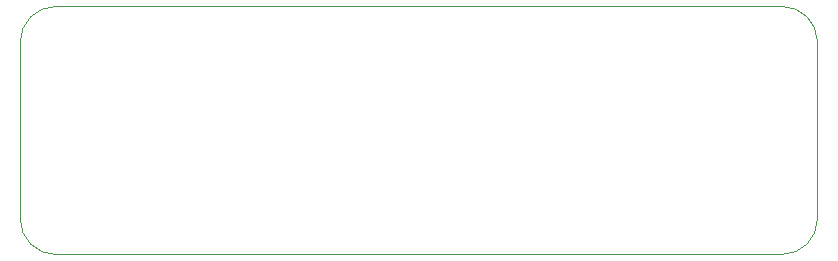
<source format=gm1>
G04 #@! TF.GenerationSoftware,KiCad,Pcbnew,(5.1.10)-1*
G04 #@! TF.CreationDate,2022-03-26T09:57:36-04:00*
G04 #@! TF.ProjectId,Microphone Amplifier,4d696372-6f70-4686-9f6e-6520416d706c,rev?*
G04 #@! TF.SameCoordinates,Original*
G04 #@! TF.FileFunction,Profile,NP*
%FSLAX46Y46*%
G04 Gerber Fmt 4.6, Leading zero omitted, Abs format (unit mm)*
G04 Created by KiCad (PCBNEW (5.1.10)-1) date 2022-03-26 09:57:36*
%MOMM*%
%LPD*%
G01*
G04 APERTURE LIST*
G04 #@! TA.AperFunction,Profile*
%ADD10C,0.050000*%
G04 #@! TD*
G04 APERTURE END LIST*
D10*
X160000000Y-106000000D02*
G75*
G02*
X163000000Y-109000000I0J-3000000D01*
G01*
X163000000Y-124000000D02*
G75*
G02*
X160000000Y-127000000I-3000000J0D01*
G01*
X98500000Y-127000000D02*
G75*
G02*
X95500000Y-124000000I0J3000000D01*
G01*
X95500000Y-109000000D02*
G75*
G02*
X98500000Y-106000000I3000000J0D01*
G01*
X160000000Y-106000000D02*
X98500000Y-106000000D01*
X163000000Y-124000000D02*
X163000000Y-109000000D01*
X98500000Y-127000000D02*
X160000000Y-127000000D01*
X95500000Y-109000000D02*
X95500000Y-124000000D01*
M02*

</source>
